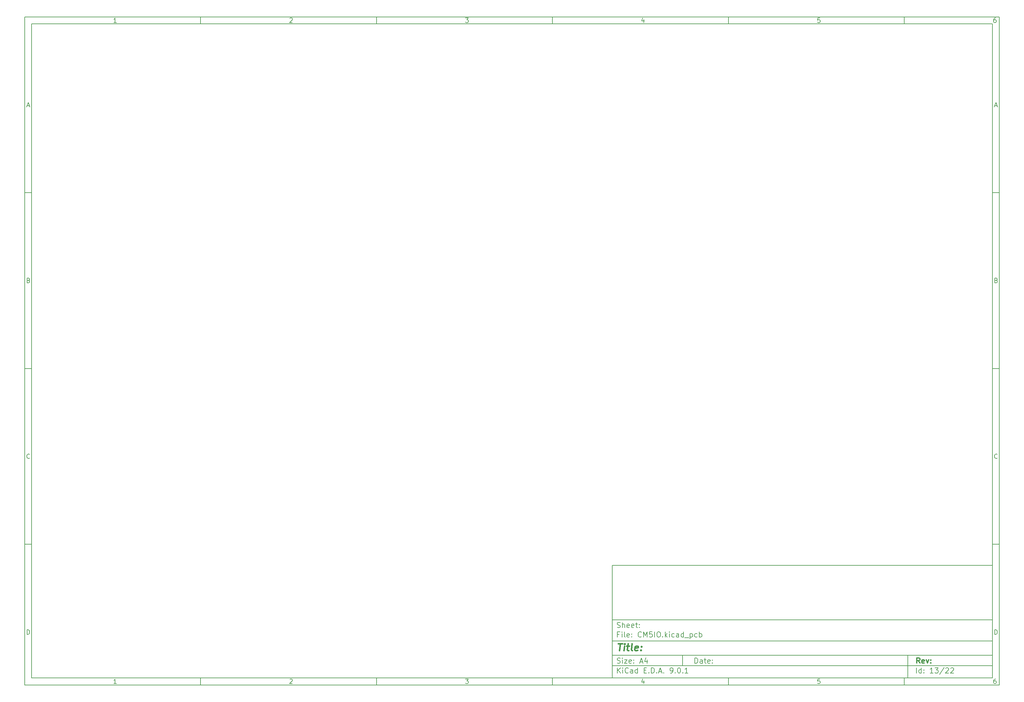
<source format=gbr>
G04 #@! TF.GenerationSoftware,KiCad,Pcbnew,9.0.1*
G04 #@! TF.CreationDate,2025-04-26T19:09:57-05:00*
G04 #@! TF.ProjectId,CM5IO,434d3549-4f2e-46b6-9963-61645f706362,rev?*
G04 #@! TF.SameCoordinates,Original*
G04 #@! TF.FileFunction,OtherDrawing,Comment*
%FSLAX46Y46*%
G04 Gerber Fmt 4.6, Leading zero omitted, Abs format (unit mm)*
G04 Created by KiCad (PCBNEW 9.0.1) date 2025-04-26 19:09:57*
%MOMM*%
%LPD*%
G01*
G04 APERTURE LIST*
%ADD10C,0.100000*%
%ADD11C,0.150000*%
%ADD12C,0.300000*%
%ADD13C,0.400000*%
G04 APERTURE END LIST*
D10*
D11*
X177002200Y-166007200D02*
X285002200Y-166007200D01*
X285002200Y-198007200D01*
X177002200Y-198007200D01*
X177002200Y-166007200D01*
D10*
D11*
X10000000Y-10000000D02*
X287002200Y-10000000D01*
X287002200Y-200007200D01*
X10000000Y-200007200D01*
X10000000Y-10000000D01*
D10*
D11*
X12000000Y-12000000D02*
X285002200Y-12000000D01*
X285002200Y-198007200D01*
X12000000Y-198007200D01*
X12000000Y-12000000D01*
D10*
D11*
X60000000Y-12000000D02*
X60000000Y-10000000D01*
D10*
D11*
X110000000Y-12000000D02*
X110000000Y-10000000D01*
D10*
D11*
X160000000Y-12000000D02*
X160000000Y-10000000D01*
D10*
D11*
X210000000Y-12000000D02*
X210000000Y-10000000D01*
D10*
D11*
X260000000Y-12000000D02*
X260000000Y-10000000D01*
D10*
D11*
X36089160Y-11593604D02*
X35346303Y-11593604D01*
X35717731Y-11593604D02*
X35717731Y-10293604D01*
X35717731Y-10293604D02*
X35593922Y-10479319D01*
X35593922Y-10479319D02*
X35470112Y-10603128D01*
X35470112Y-10603128D02*
X35346303Y-10665033D01*
D10*
D11*
X85346303Y-10417414D02*
X85408207Y-10355509D01*
X85408207Y-10355509D02*
X85532017Y-10293604D01*
X85532017Y-10293604D02*
X85841541Y-10293604D01*
X85841541Y-10293604D02*
X85965350Y-10355509D01*
X85965350Y-10355509D02*
X86027255Y-10417414D01*
X86027255Y-10417414D02*
X86089160Y-10541223D01*
X86089160Y-10541223D02*
X86089160Y-10665033D01*
X86089160Y-10665033D02*
X86027255Y-10850747D01*
X86027255Y-10850747D02*
X85284398Y-11593604D01*
X85284398Y-11593604D02*
X86089160Y-11593604D01*
D10*
D11*
X135284398Y-10293604D02*
X136089160Y-10293604D01*
X136089160Y-10293604D02*
X135655826Y-10788842D01*
X135655826Y-10788842D02*
X135841541Y-10788842D01*
X135841541Y-10788842D02*
X135965350Y-10850747D01*
X135965350Y-10850747D02*
X136027255Y-10912652D01*
X136027255Y-10912652D02*
X136089160Y-11036461D01*
X136089160Y-11036461D02*
X136089160Y-11345985D01*
X136089160Y-11345985D02*
X136027255Y-11469795D01*
X136027255Y-11469795D02*
X135965350Y-11531700D01*
X135965350Y-11531700D02*
X135841541Y-11593604D01*
X135841541Y-11593604D02*
X135470112Y-11593604D01*
X135470112Y-11593604D02*
X135346303Y-11531700D01*
X135346303Y-11531700D02*
X135284398Y-11469795D01*
D10*
D11*
X185965350Y-10726938D02*
X185965350Y-11593604D01*
X185655826Y-10231700D02*
X185346303Y-11160271D01*
X185346303Y-11160271D02*
X186151064Y-11160271D01*
D10*
D11*
X236027255Y-10293604D02*
X235408207Y-10293604D01*
X235408207Y-10293604D02*
X235346303Y-10912652D01*
X235346303Y-10912652D02*
X235408207Y-10850747D01*
X235408207Y-10850747D02*
X235532017Y-10788842D01*
X235532017Y-10788842D02*
X235841541Y-10788842D01*
X235841541Y-10788842D02*
X235965350Y-10850747D01*
X235965350Y-10850747D02*
X236027255Y-10912652D01*
X236027255Y-10912652D02*
X236089160Y-11036461D01*
X236089160Y-11036461D02*
X236089160Y-11345985D01*
X236089160Y-11345985D02*
X236027255Y-11469795D01*
X236027255Y-11469795D02*
X235965350Y-11531700D01*
X235965350Y-11531700D02*
X235841541Y-11593604D01*
X235841541Y-11593604D02*
X235532017Y-11593604D01*
X235532017Y-11593604D02*
X235408207Y-11531700D01*
X235408207Y-11531700D02*
X235346303Y-11469795D01*
D10*
D11*
X285965350Y-10293604D02*
X285717731Y-10293604D01*
X285717731Y-10293604D02*
X285593922Y-10355509D01*
X285593922Y-10355509D02*
X285532017Y-10417414D01*
X285532017Y-10417414D02*
X285408207Y-10603128D01*
X285408207Y-10603128D02*
X285346303Y-10850747D01*
X285346303Y-10850747D02*
X285346303Y-11345985D01*
X285346303Y-11345985D02*
X285408207Y-11469795D01*
X285408207Y-11469795D02*
X285470112Y-11531700D01*
X285470112Y-11531700D02*
X285593922Y-11593604D01*
X285593922Y-11593604D02*
X285841541Y-11593604D01*
X285841541Y-11593604D02*
X285965350Y-11531700D01*
X285965350Y-11531700D02*
X286027255Y-11469795D01*
X286027255Y-11469795D02*
X286089160Y-11345985D01*
X286089160Y-11345985D02*
X286089160Y-11036461D01*
X286089160Y-11036461D02*
X286027255Y-10912652D01*
X286027255Y-10912652D02*
X285965350Y-10850747D01*
X285965350Y-10850747D02*
X285841541Y-10788842D01*
X285841541Y-10788842D02*
X285593922Y-10788842D01*
X285593922Y-10788842D02*
X285470112Y-10850747D01*
X285470112Y-10850747D02*
X285408207Y-10912652D01*
X285408207Y-10912652D02*
X285346303Y-11036461D01*
D10*
D11*
X60000000Y-198007200D02*
X60000000Y-200007200D01*
D10*
D11*
X110000000Y-198007200D02*
X110000000Y-200007200D01*
D10*
D11*
X160000000Y-198007200D02*
X160000000Y-200007200D01*
D10*
D11*
X210000000Y-198007200D02*
X210000000Y-200007200D01*
D10*
D11*
X260000000Y-198007200D02*
X260000000Y-200007200D01*
D10*
D11*
X36089160Y-199600804D02*
X35346303Y-199600804D01*
X35717731Y-199600804D02*
X35717731Y-198300804D01*
X35717731Y-198300804D02*
X35593922Y-198486519D01*
X35593922Y-198486519D02*
X35470112Y-198610328D01*
X35470112Y-198610328D02*
X35346303Y-198672233D01*
D10*
D11*
X85346303Y-198424614D02*
X85408207Y-198362709D01*
X85408207Y-198362709D02*
X85532017Y-198300804D01*
X85532017Y-198300804D02*
X85841541Y-198300804D01*
X85841541Y-198300804D02*
X85965350Y-198362709D01*
X85965350Y-198362709D02*
X86027255Y-198424614D01*
X86027255Y-198424614D02*
X86089160Y-198548423D01*
X86089160Y-198548423D02*
X86089160Y-198672233D01*
X86089160Y-198672233D02*
X86027255Y-198857947D01*
X86027255Y-198857947D02*
X85284398Y-199600804D01*
X85284398Y-199600804D02*
X86089160Y-199600804D01*
D10*
D11*
X135284398Y-198300804D02*
X136089160Y-198300804D01*
X136089160Y-198300804D02*
X135655826Y-198796042D01*
X135655826Y-198796042D02*
X135841541Y-198796042D01*
X135841541Y-198796042D02*
X135965350Y-198857947D01*
X135965350Y-198857947D02*
X136027255Y-198919852D01*
X136027255Y-198919852D02*
X136089160Y-199043661D01*
X136089160Y-199043661D02*
X136089160Y-199353185D01*
X136089160Y-199353185D02*
X136027255Y-199476995D01*
X136027255Y-199476995D02*
X135965350Y-199538900D01*
X135965350Y-199538900D02*
X135841541Y-199600804D01*
X135841541Y-199600804D02*
X135470112Y-199600804D01*
X135470112Y-199600804D02*
X135346303Y-199538900D01*
X135346303Y-199538900D02*
X135284398Y-199476995D01*
D10*
D11*
X185965350Y-198734138D02*
X185965350Y-199600804D01*
X185655826Y-198238900D02*
X185346303Y-199167471D01*
X185346303Y-199167471D02*
X186151064Y-199167471D01*
D10*
D11*
X236027255Y-198300804D02*
X235408207Y-198300804D01*
X235408207Y-198300804D02*
X235346303Y-198919852D01*
X235346303Y-198919852D02*
X235408207Y-198857947D01*
X235408207Y-198857947D02*
X235532017Y-198796042D01*
X235532017Y-198796042D02*
X235841541Y-198796042D01*
X235841541Y-198796042D02*
X235965350Y-198857947D01*
X235965350Y-198857947D02*
X236027255Y-198919852D01*
X236027255Y-198919852D02*
X236089160Y-199043661D01*
X236089160Y-199043661D02*
X236089160Y-199353185D01*
X236089160Y-199353185D02*
X236027255Y-199476995D01*
X236027255Y-199476995D02*
X235965350Y-199538900D01*
X235965350Y-199538900D02*
X235841541Y-199600804D01*
X235841541Y-199600804D02*
X235532017Y-199600804D01*
X235532017Y-199600804D02*
X235408207Y-199538900D01*
X235408207Y-199538900D02*
X235346303Y-199476995D01*
D10*
D11*
X285965350Y-198300804D02*
X285717731Y-198300804D01*
X285717731Y-198300804D02*
X285593922Y-198362709D01*
X285593922Y-198362709D02*
X285532017Y-198424614D01*
X285532017Y-198424614D02*
X285408207Y-198610328D01*
X285408207Y-198610328D02*
X285346303Y-198857947D01*
X285346303Y-198857947D02*
X285346303Y-199353185D01*
X285346303Y-199353185D02*
X285408207Y-199476995D01*
X285408207Y-199476995D02*
X285470112Y-199538900D01*
X285470112Y-199538900D02*
X285593922Y-199600804D01*
X285593922Y-199600804D02*
X285841541Y-199600804D01*
X285841541Y-199600804D02*
X285965350Y-199538900D01*
X285965350Y-199538900D02*
X286027255Y-199476995D01*
X286027255Y-199476995D02*
X286089160Y-199353185D01*
X286089160Y-199353185D02*
X286089160Y-199043661D01*
X286089160Y-199043661D02*
X286027255Y-198919852D01*
X286027255Y-198919852D02*
X285965350Y-198857947D01*
X285965350Y-198857947D02*
X285841541Y-198796042D01*
X285841541Y-198796042D02*
X285593922Y-198796042D01*
X285593922Y-198796042D02*
X285470112Y-198857947D01*
X285470112Y-198857947D02*
X285408207Y-198919852D01*
X285408207Y-198919852D02*
X285346303Y-199043661D01*
D10*
D11*
X10000000Y-60000000D02*
X12000000Y-60000000D01*
D10*
D11*
X10000000Y-110000000D02*
X12000000Y-110000000D01*
D10*
D11*
X10000000Y-160000000D02*
X12000000Y-160000000D01*
D10*
D11*
X10690476Y-35222176D02*
X11309523Y-35222176D01*
X10566666Y-35593604D02*
X10999999Y-34293604D01*
X10999999Y-34293604D02*
X11433333Y-35593604D01*
D10*
D11*
X11092857Y-84912652D02*
X11278571Y-84974557D01*
X11278571Y-84974557D02*
X11340476Y-85036461D01*
X11340476Y-85036461D02*
X11402380Y-85160271D01*
X11402380Y-85160271D02*
X11402380Y-85345985D01*
X11402380Y-85345985D02*
X11340476Y-85469795D01*
X11340476Y-85469795D02*
X11278571Y-85531700D01*
X11278571Y-85531700D02*
X11154761Y-85593604D01*
X11154761Y-85593604D02*
X10659523Y-85593604D01*
X10659523Y-85593604D02*
X10659523Y-84293604D01*
X10659523Y-84293604D02*
X11092857Y-84293604D01*
X11092857Y-84293604D02*
X11216666Y-84355509D01*
X11216666Y-84355509D02*
X11278571Y-84417414D01*
X11278571Y-84417414D02*
X11340476Y-84541223D01*
X11340476Y-84541223D02*
X11340476Y-84665033D01*
X11340476Y-84665033D02*
X11278571Y-84788842D01*
X11278571Y-84788842D02*
X11216666Y-84850747D01*
X11216666Y-84850747D02*
X11092857Y-84912652D01*
X11092857Y-84912652D02*
X10659523Y-84912652D01*
D10*
D11*
X11402380Y-135469795D02*
X11340476Y-135531700D01*
X11340476Y-135531700D02*
X11154761Y-135593604D01*
X11154761Y-135593604D02*
X11030952Y-135593604D01*
X11030952Y-135593604D02*
X10845238Y-135531700D01*
X10845238Y-135531700D02*
X10721428Y-135407890D01*
X10721428Y-135407890D02*
X10659523Y-135284080D01*
X10659523Y-135284080D02*
X10597619Y-135036461D01*
X10597619Y-135036461D02*
X10597619Y-134850747D01*
X10597619Y-134850747D02*
X10659523Y-134603128D01*
X10659523Y-134603128D02*
X10721428Y-134479319D01*
X10721428Y-134479319D02*
X10845238Y-134355509D01*
X10845238Y-134355509D02*
X11030952Y-134293604D01*
X11030952Y-134293604D02*
X11154761Y-134293604D01*
X11154761Y-134293604D02*
X11340476Y-134355509D01*
X11340476Y-134355509D02*
X11402380Y-134417414D01*
D10*
D11*
X10659523Y-185593604D02*
X10659523Y-184293604D01*
X10659523Y-184293604D02*
X10969047Y-184293604D01*
X10969047Y-184293604D02*
X11154761Y-184355509D01*
X11154761Y-184355509D02*
X11278571Y-184479319D01*
X11278571Y-184479319D02*
X11340476Y-184603128D01*
X11340476Y-184603128D02*
X11402380Y-184850747D01*
X11402380Y-184850747D02*
X11402380Y-185036461D01*
X11402380Y-185036461D02*
X11340476Y-185284080D01*
X11340476Y-185284080D02*
X11278571Y-185407890D01*
X11278571Y-185407890D02*
X11154761Y-185531700D01*
X11154761Y-185531700D02*
X10969047Y-185593604D01*
X10969047Y-185593604D02*
X10659523Y-185593604D01*
D10*
D11*
X287002200Y-60000000D02*
X285002200Y-60000000D01*
D10*
D11*
X287002200Y-110000000D02*
X285002200Y-110000000D01*
D10*
D11*
X287002200Y-160000000D02*
X285002200Y-160000000D01*
D10*
D11*
X285692676Y-35222176D02*
X286311723Y-35222176D01*
X285568866Y-35593604D02*
X286002199Y-34293604D01*
X286002199Y-34293604D02*
X286435533Y-35593604D01*
D10*
D11*
X286095057Y-84912652D02*
X286280771Y-84974557D01*
X286280771Y-84974557D02*
X286342676Y-85036461D01*
X286342676Y-85036461D02*
X286404580Y-85160271D01*
X286404580Y-85160271D02*
X286404580Y-85345985D01*
X286404580Y-85345985D02*
X286342676Y-85469795D01*
X286342676Y-85469795D02*
X286280771Y-85531700D01*
X286280771Y-85531700D02*
X286156961Y-85593604D01*
X286156961Y-85593604D02*
X285661723Y-85593604D01*
X285661723Y-85593604D02*
X285661723Y-84293604D01*
X285661723Y-84293604D02*
X286095057Y-84293604D01*
X286095057Y-84293604D02*
X286218866Y-84355509D01*
X286218866Y-84355509D02*
X286280771Y-84417414D01*
X286280771Y-84417414D02*
X286342676Y-84541223D01*
X286342676Y-84541223D02*
X286342676Y-84665033D01*
X286342676Y-84665033D02*
X286280771Y-84788842D01*
X286280771Y-84788842D02*
X286218866Y-84850747D01*
X286218866Y-84850747D02*
X286095057Y-84912652D01*
X286095057Y-84912652D02*
X285661723Y-84912652D01*
D10*
D11*
X286404580Y-135469795D02*
X286342676Y-135531700D01*
X286342676Y-135531700D02*
X286156961Y-135593604D01*
X286156961Y-135593604D02*
X286033152Y-135593604D01*
X286033152Y-135593604D02*
X285847438Y-135531700D01*
X285847438Y-135531700D02*
X285723628Y-135407890D01*
X285723628Y-135407890D02*
X285661723Y-135284080D01*
X285661723Y-135284080D02*
X285599819Y-135036461D01*
X285599819Y-135036461D02*
X285599819Y-134850747D01*
X285599819Y-134850747D02*
X285661723Y-134603128D01*
X285661723Y-134603128D02*
X285723628Y-134479319D01*
X285723628Y-134479319D02*
X285847438Y-134355509D01*
X285847438Y-134355509D02*
X286033152Y-134293604D01*
X286033152Y-134293604D02*
X286156961Y-134293604D01*
X286156961Y-134293604D02*
X286342676Y-134355509D01*
X286342676Y-134355509D02*
X286404580Y-134417414D01*
D10*
D11*
X285661723Y-185593604D02*
X285661723Y-184293604D01*
X285661723Y-184293604D02*
X285971247Y-184293604D01*
X285971247Y-184293604D02*
X286156961Y-184355509D01*
X286156961Y-184355509D02*
X286280771Y-184479319D01*
X286280771Y-184479319D02*
X286342676Y-184603128D01*
X286342676Y-184603128D02*
X286404580Y-184850747D01*
X286404580Y-184850747D02*
X286404580Y-185036461D01*
X286404580Y-185036461D02*
X286342676Y-185284080D01*
X286342676Y-185284080D02*
X286280771Y-185407890D01*
X286280771Y-185407890D02*
X286156961Y-185531700D01*
X286156961Y-185531700D02*
X285971247Y-185593604D01*
X285971247Y-185593604D02*
X285661723Y-185593604D01*
D10*
D11*
X200458026Y-193793328D02*
X200458026Y-192293328D01*
X200458026Y-192293328D02*
X200815169Y-192293328D01*
X200815169Y-192293328D02*
X201029455Y-192364757D01*
X201029455Y-192364757D02*
X201172312Y-192507614D01*
X201172312Y-192507614D02*
X201243741Y-192650471D01*
X201243741Y-192650471D02*
X201315169Y-192936185D01*
X201315169Y-192936185D02*
X201315169Y-193150471D01*
X201315169Y-193150471D02*
X201243741Y-193436185D01*
X201243741Y-193436185D02*
X201172312Y-193579042D01*
X201172312Y-193579042D02*
X201029455Y-193721900D01*
X201029455Y-193721900D02*
X200815169Y-193793328D01*
X200815169Y-193793328D02*
X200458026Y-193793328D01*
X202600884Y-193793328D02*
X202600884Y-193007614D01*
X202600884Y-193007614D02*
X202529455Y-192864757D01*
X202529455Y-192864757D02*
X202386598Y-192793328D01*
X202386598Y-192793328D02*
X202100884Y-192793328D01*
X202100884Y-192793328D02*
X201958026Y-192864757D01*
X202600884Y-193721900D02*
X202458026Y-193793328D01*
X202458026Y-193793328D02*
X202100884Y-193793328D01*
X202100884Y-193793328D02*
X201958026Y-193721900D01*
X201958026Y-193721900D02*
X201886598Y-193579042D01*
X201886598Y-193579042D02*
X201886598Y-193436185D01*
X201886598Y-193436185D02*
X201958026Y-193293328D01*
X201958026Y-193293328D02*
X202100884Y-193221900D01*
X202100884Y-193221900D02*
X202458026Y-193221900D01*
X202458026Y-193221900D02*
X202600884Y-193150471D01*
X203100884Y-192793328D02*
X203672312Y-192793328D01*
X203315169Y-192293328D02*
X203315169Y-193579042D01*
X203315169Y-193579042D02*
X203386598Y-193721900D01*
X203386598Y-193721900D02*
X203529455Y-193793328D01*
X203529455Y-193793328D02*
X203672312Y-193793328D01*
X204743741Y-193721900D02*
X204600884Y-193793328D01*
X204600884Y-193793328D02*
X204315170Y-193793328D01*
X204315170Y-193793328D02*
X204172312Y-193721900D01*
X204172312Y-193721900D02*
X204100884Y-193579042D01*
X204100884Y-193579042D02*
X204100884Y-193007614D01*
X204100884Y-193007614D02*
X204172312Y-192864757D01*
X204172312Y-192864757D02*
X204315170Y-192793328D01*
X204315170Y-192793328D02*
X204600884Y-192793328D01*
X204600884Y-192793328D02*
X204743741Y-192864757D01*
X204743741Y-192864757D02*
X204815170Y-193007614D01*
X204815170Y-193007614D02*
X204815170Y-193150471D01*
X204815170Y-193150471D02*
X204100884Y-193293328D01*
X205458026Y-193650471D02*
X205529455Y-193721900D01*
X205529455Y-193721900D02*
X205458026Y-193793328D01*
X205458026Y-193793328D02*
X205386598Y-193721900D01*
X205386598Y-193721900D02*
X205458026Y-193650471D01*
X205458026Y-193650471D02*
X205458026Y-193793328D01*
X205458026Y-192864757D02*
X205529455Y-192936185D01*
X205529455Y-192936185D02*
X205458026Y-193007614D01*
X205458026Y-193007614D02*
X205386598Y-192936185D01*
X205386598Y-192936185D02*
X205458026Y-192864757D01*
X205458026Y-192864757D02*
X205458026Y-193007614D01*
D10*
D11*
X177002200Y-194507200D02*
X285002200Y-194507200D01*
D10*
D11*
X178458026Y-196593328D02*
X178458026Y-195093328D01*
X179315169Y-196593328D02*
X178672312Y-195736185D01*
X179315169Y-195093328D02*
X178458026Y-195950471D01*
X179958026Y-196593328D02*
X179958026Y-195593328D01*
X179958026Y-195093328D02*
X179886598Y-195164757D01*
X179886598Y-195164757D02*
X179958026Y-195236185D01*
X179958026Y-195236185D02*
X180029455Y-195164757D01*
X180029455Y-195164757D02*
X179958026Y-195093328D01*
X179958026Y-195093328D02*
X179958026Y-195236185D01*
X181529455Y-196450471D02*
X181458027Y-196521900D01*
X181458027Y-196521900D02*
X181243741Y-196593328D01*
X181243741Y-196593328D02*
X181100884Y-196593328D01*
X181100884Y-196593328D02*
X180886598Y-196521900D01*
X180886598Y-196521900D02*
X180743741Y-196379042D01*
X180743741Y-196379042D02*
X180672312Y-196236185D01*
X180672312Y-196236185D02*
X180600884Y-195950471D01*
X180600884Y-195950471D02*
X180600884Y-195736185D01*
X180600884Y-195736185D02*
X180672312Y-195450471D01*
X180672312Y-195450471D02*
X180743741Y-195307614D01*
X180743741Y-195307614D02*
X180886598Y-195164757D01*
X180886598Y-195164757D02*
X181100884Y-195093328D01*
X181100884Y-195093328D02*
X181243741Y-195093328D01*
X181243741Y-195093328D02*
X181458027Y-195164757D01*
X181458027Y-195164757D02*
X181529455Y-195236185D01*
X182815170Y-196593328D02*
X182815170Y-195807614D01*
X182815170Y-195807614D02*
X182743741Y-195664757D01*
X182743741Y-195664757D02*
X182600884Y-195593328D01*
X182600884Y-195593328D02*
X182315170Y-195593328D01*
X182315170Y-195593328D02*
X182172312Y-195664757D01*
X182815170Y-196521900D02*
X182672312Y-196593328D01*
X182672312Y-196593328D02*
X182315170Y-196593328D01*
X182315170Y-196593328D02*
X182172312Y-196521900D01*
X182172312Y-196521900D02*
X182100884Y-196379042D01*
X182100884Y-196379042D02*
X182100884Y-196236185D01*
X182100884Y-196236185D02*
X182172312Y-196093328D01*
X182172312Y-196093328D02*
X182315170Y-196021900D01*
X182315170Y-196021900D02*
X182672312Y-196021900D01*
X182672312Y-196021900D02*
X182815170Y-195950471D01*
X184172313Y-196593328D02*
X184172313Y-195093328D01*
X184172313Y-196521900D02*
X184029455Y-196593328D01*
X184029455Y-196593328D02*
X183743741Y-196593328D01*
X183743741Y-196593328D02*
X183600884Y-196521900D01*
X183600884Y-196521900D02*
X183529455Y-196450471D01*
X183529455Y-196450471D02*
X183458027Y-196307614D01*
X183458027Y-196307614D02*
X183458027Y-195879042D01*
X183458027Y-195879042D02*
X183529455Y-195736185D01*
X183529455Y-195736185D02*
X183600884Y-195664757D01*
X183600884Y-195664757D02*
X183743741Y-195593328D01*
X183743741Y-195593328D02*
X184029455Y-195593328D01*
X184029455Y-195593328D02*
X184172313Y-195664757D01*
X186029455Y-195807614D02*
X186529455Y-195807614D01*
X186743741Y-196593328D02*
X186029455Y-196593328D01*
X186029455Y-196593328D02*
X186029455Y-195093328D01*
X186029455Y-195093328D02*
X186743741Y-195093328D01*
X187386598Y-196450471D02*
X187458027Y-196521900D01*
X187458027Y-196521900D02*
X187386598Y-196593328D01*
X187386598Y-196593328D02*
X187315170Y-196521900D01*
X187315170Y-196521900D02*
X187386598Y-196450471D01*
X187386598Y-196450471D02*
X187386598Y-196593328D01*
X188100884Y-196593328D02*
X188100884Y-195093328D01*
X188100884Y-195093328D02*
X188458027Y-195093328D01*
X188458027Y-195093328D02*
X188672313Y-195164757D01*
X188672313Y-195164757D02*
X188815170Y-195307614D01*
X188815170Y-195307614D02*
X188886599Y-195450471D01*
X188886599Y-195450471D02*
X188958027Y-195736185D01*
X188958027Y-195736185D02*
X188958027Y-195950471D01*
X188958027Y-195950471D02*
X188886599Y-196236185D01*
X188886599Y-196236185D02*
X188815170Y-196379042D01*
X188815170Y-196379042D02*
X188672313Y-196521900D01*
X188672313Y-196521900D02*
X188458027Y-196593328D01*
X188458027Y-196593328D02*
X188100884Y-196593328D01*
X189600884Y-196450471D02*
X189672313Y-196521900D01*
X189672313Y-196521900D02*
X189600884Y-196593328D01*
X189600884Y-196593328D02*
X189529456Y-196521900D01*
X189529456Y-196521900D02*
X189600884Y-196450471D01*
X189600884Y-196450471D02*
X189600884Y-196593328D01*
X190243742Y-196164757D02*
X190958028Y-196164757D01*
X190100885Y-196593328D02*
X190600885Y-195093328D01*
X190600885Y-195093328D02*
X191100885Y-196593328D01*
X191600884Y-196450471D02*
X191672313Y-196521900D01*
X191672313Y-196521900D02*
X191600884Y-196593328D01*
X191600884Y-196593328D02*
X191529456Y-196521900D01*
X191529456Y-196521900D02*
X191600884Y-196450471D01*
X191600884Y-196450471D02*
X191600884Y-196593328D01*
X193529456Y-196593328D02*
X193815170Y-196593328D01*
X193815170Y-196593328D02*
X193958027Y-196521900D01*
X193958027Y-196521900D02*
X194029456Y-196450471D01*
X194029456Y-196450471D02*
X194172313Y-196236185D01*
X194172313Y-196236185D02*
X194243742Y-195950471D01*
X194243742Y-195950471D02*
X194243742Y-195379042D01*
X194243742Y-195379042D02*
X194172313Y-195236185D01*
X194172313Y-195236185D02*
X194100885Y-195164757D01*
X194100885Y-195164757D02*
X193958027Y-195093328D01*
X193958027Y-195093328D02*
X193672313Y-195093328D01*
X193672313Y-195093328D02*
X193529456Y-195164757D01*
X193529456Y-195164757D02*
X193458027Y-195236185D01*
X193458027Y-195236185D02*
X193386599Y-195379042D01*
X193386599Y-195379042D02*
X193386599Y-195736185D01*
X193386599Y-195736185D02*
X193458027Y-195879042D01*
X193458027Y-195879042D02*
X193529456Y-195950471D01*
X193529456Y-195950471D02*
X193672313Y-196021900D01*
X193672313Y-196021900D02*
X193958027Y-196021900D01*
X193958027Y-196021900D02*
X194100885Y-195950471D01*
X194100885Y-195950471D02*
X194172313Y-195879042D01*
X194172313Y-195879042D02*
X194243742Y-195736185D01*
X194886598Y-196450471D02*
X194958027Y-196521900D01*
X194958027Y-196521900D02*
X194886598Y-196593328D01*
X194886598Y-196593328D02*
X194815170Y-196521900D01*
X194815170Y-196521900D02*
X194886598Y-196450471D01*
X194886598Y-196450471D02*
X194886598Y-196593328D01*
X195886599Y-195093328D02*
X196029456Y-195093328D01*
X196029456Y-195093328D02*
X196172313Y-195164757D01*
X196172313Y-195164757D02*
X196243742Y-195236185D01*
X196243742Y-195236185D02*
X196315170Y-195379042D01*
X196315170Y-195379042D02*
X196386599Y-195664757D01*
X196386599Y-195664757D02*
X196386599Y-196021900D01*
X196386599Y-196021900D02*
X196315170Y-196307614D01*
X196315170Y-196307614D02*
X196243742Y-196450471D01*
X196243742Y-196450471D02*
X196172313Y-196521900D01*
X196172313Y-196521900D02*
X196029456Y-196593328D01*
X196029456Y-196593328D02*
X195886599Y-196593328D01*
X195886599Y-196593328D02*
X195743742Y-196521900D01*
X195743742Y-196521900D02*
X195672313Y-196450471D01*
X195672313Y-196450471D02*
X195600884Y-196307614D01*
X195600884Y-196307614D02*
X195529456Y-196021900D01*
X195529456Y-196021900D02*
X195529456Y-195664757D01*
X195529456Y-195664757D02*
X195600884Y-195379042D01*
X195600884Y-195379042D02*
X195672313Y-195236185D01*
X195672313Y-195236185D02*
X195743742Y-195164757D01*
X195743742Y-195164757D02*
X195886599Y-195093328D01*
X197029455Y-196450471D02*
X197100884Y-196521900D01*
X197100884Y-196521900D02*
X197029455Y-196593328D01*
X197029455Y-196593328D02*
X196958027Y-196521900D01*
X196958027Y-196521900D02*
X197029455Y-196450471D01*
X197029455Y-196450471D02*
X197029455Y-196593328D01*
X198529456Y-196593328D02*
X197672313Y-196593328D01*
X198100884Y-196593328D02*
X198100884Y-195093328D01*
X198100884Y-195093328D02*
X197958027Y-195307614D01*
X197958027Y-195307614D02*
X197815170Y-195450471D01*
X197815170Y-195450471D02*
X197672313Y-195521900D01*
D10*
D11*
X177002200Y-191507200D02*
X285002200Y-191507200D01*
D10*
D12*
X264413853Y-193785528D02*
X263913853Y-193071242D01*
X263556710Y-193785528D02*
X263556710Y-192285528D01*
X263556710Y-192285528D02*
X264128139Y-192285528D01*
X264128139Y-192285528D02*
X264270996Y-192356957D01*
X264270996Y-192356957D02*
X264342425Y-192428385D01*
X264342425Y-192428385D02*
X264413853Y-192571242D01*
X264413853Y-192571242D02*
X264413853Y-192785528D01*
X264413853Y-192785528D02*
X264342425Y-192928385D01*
X264342425Y-192928385D02*
X264270996Y-192999814D01*
X264270996Y-192999814D02*
X264128139Y-193071242D01*
X264128139Y-193071242D02*
X263556710Y-193071242D01*
X265628139Y-193714100D02*
X265485282Y-193785528D01*
X265485282Y-193785528D02*
X265199568Y-193785528D01*
X265199568Y-193785528D02*
X265056710Y-193714100D01*
X265056710Y-193714100D02*
X264985282Y-193571242D01*
X264985282Y-193571242D02*
X264985282Y-192999814D01*
X264985282Y-192999814D02*
X265056710Y-192856957D01*
X265056710Y-192856957D02*
X265199568Y-192785528D01*
X265199568Y-192785528D02*
X265485282Y-192785528D01*
X265485282Y-192785528D02*
X265628139Y-192856957D01*
X265628139Y-192856957D02*
X265699568Y-192999814D01*
X265699568Y-192999814D02*
X265699568Y-193142671D01*
X265699568Y-193142671D02*
X264985282Y-193285528D01*
X266199567Y-192785528D02*
X266556710Y-193785528D01*
X266556710Y-193785528D02*
X266913853Y-192785528D01*
X267485281Y-193642671D02*
X267556710Y-193714100D01*
X267556710Y-193714100D02*
X267485281Y-193785528D01*
X267485281Y-193785528D02*
X267413853Y-193714100D01*
X267413853Y-193714100D02*
X267485281Y-193642671D01*
X267485281Y-193642671D02*
X267485281Y-193785528D01*
X267485281Y-192856957D02*
X267556710Y-192928385D01*
X267556710Y-192928385D02*
X267485281Y-192999814D01*
X267485281Y-192999814D02*
X267413853Y-192928385D01*
X267413853Y-192928385D02*
X267485281Y-192856957D01*
X267485281Y-192856957D02*
X267485281Y-192999814D01*
D10*
D11*
X178386598Y-193721900D02*
X178600884Y-193793328D01*
X178600884Y-193793328D02*
X178958026Y-193793328D01*
X178958026Y-193793328D02*
X179100884Y-193721900D01*
X179100884Y-193721900D02*
X179172312Y-193650471D01*
X179172312Y-193650471D02*
X179243741Y-193507614D01*
X179243741Y-193507614D02*
X179243741Y-193364757D01*
X179243741Y-193364757D02*
X179172312Y-193221900D01*
X179172312Y-193221900D02*
X179100884Y-193150471D01*
X179100884Y-193150471D02*
X178958026Y-193079042D01*
X178958026Y-193079042D02*
X178672312Y-193007614D01*
X178672312Y-193007614D02*
X178529455Y-192936185D01*
X178529455Y-192936185D02*
X178458026Y-192864757D01*
X178458026Y-192864757D02*
X178386598Y-192721900D01*
X178386598Y-192721900D02*
X178386598Y-192579042D01*
X178386598Y-192579042D02*
X178458026Y-192436185D01*
X178458026Y-192436185D02*
X178529455Y-192364757D01*
X178529455Y-192364757D02*
X178672312Y-192293328D01*
X178672312Y-192293328D02*
X179029455Y-192293328D01*
X179029455Y-192293328D02*
X179243741Y-192364757D01*
X179886597Y-193793328D02*
X179886597Y-192793328D01*
X179886597Y-192293328D02*
X179815169Y-192364757D01*
X179815169Y-192364757D02*
X179886597Y-192436185D01*
X179886597Y-192436185D02*
X179958026Y-192364757D01*
X179958026Y-192364757D02*
X179886597Y-192293328D01*
X179886597Y-192293328D02*
X179886597Y-192436185D01*
X180458026Y-192793328D02*
X181243741Y-192793328D01*
X181243741Y-192793328D02*
X180458026Y-193793328D01*
X180458026Y-193793328D02*
X181243741Y-193793328D01*
X182386598Y-193721900D02*
X182243741Y-193793328D01*
X182243741Y-193793328D02*
X181958027Y-193793328D01*
X181958027Y-193793328D02*
X181815169Y-193721900D01*
X181815169Y-193721900D02*
X181743741Y-193579042D01*
X181743741Y-193579042D02*
X181743741Y-193007614D01*
X181743741Y-193007614D02*
X181815169Y-192864757D01*
X181815169Y-192864757D02*
X181958027Y-192793328D01*
X181958027Y-192793328D02*
X182243741Y-192793328D01*
X182243741Y-192793328D02*
X182386598Y-192864757D01*
X182386598Y-192864757D02*
X182458027Y-193007614D01*
X182458027Y-193007614D02*
X182458027Y-193150471D01*
X182458027Y-193150471D02*
X181743741Y-193293328D01*
X183100883Y-193650471D02*
X183172312Y-193721900D01*
X183172312Y-193721900D02*
X183100883Y-193793328D01*
X183100883Y-193793328D02*
X183029455Y-193721900D01*
X183029455Y-193721900D02*
X183100883Y-193650471D01*
X183100883Y-193650471D02*
X183100883Y-193793328D01*
X183100883Y-192864757D02*
X183172312Y-192936185D01*
X183172312Y-192936185D02*
X183100883Y-193007614D01*
X183100883Y-193007614D02*
X183029455Y-192936185D01*
X183029455Y-192936185D02*
X183100883Y-192864757D01*
X183100883Y-192864757D02*
X183100883Y-193007614D01*
X184886598Y-193364757D02*
X185600884Y-193364757D01*
X184743741Y-193793328D02*
X185243741Y-192293328D01*
X185243741Y-192293328D02*
X185743741Y-193793328D01*
X186886598Y-192793328D02*
X186886598Y-193793328D01*
X186529455Y-192221900D02*
X186172312Y-193293328D01*
X186172312Y-193293328D02*
X187100883Y-193293328D01*
D10*
D11*
X263458026Y-196593328D02*
X263458026Y-195093328D01*
X264815170Y-196593328D02*
X264815170Y-195093328D01*
X264815170Y-196521900D02*
X264672312Y-196593328D01*
X264672312Y-196593328D02*
X264386598Y-196593328D01*
X264386598Y-196593328D02*
X264243741Y-196521900D01*
X264243741Y-196521900D02*
X264172312Y-196450471D01*
X264172312Y-196450471D02*
X264100884Y-196307614D01*
X264100884Y-196307614D02*
X264100884Y-195879042D01*
X264100884Y-195879042D02*
X264172312Y-195736185D01*
X264172312Y-195736185D02*
X264243741Y-195664757D01*
X264243741Y-195664757D02*
X264386598Y-195593328D01*
X264386598Y-195593328D02*
X264672312Y-195593328D01*
X264672312Y-195593328D02*
X264815170Y-195664757D01*
X265529455Y-196450471D02*
X265600884Y-196521900D01*
X265600884Y-196521900D02*
X265529455Y-196593328D01*
X265529455Y-196593328D02*
X265458027Y-196521900D01*
X265458027Y-196521900D02*
X265529455Y-196450471D01*
X265529455Y-196450471D02*
X265529455Y-196593328D01*
X265529455Y-195664757D02*
X265600884Y-195736185D01*
X265600884Y-195736185D02*
X265529455Y-195807614D01*
X265529455Y-195807614D02*
X265458027Y-195736185D01*
X265458027Y-195736185D02*
X265529455Y-195664757D01*
X265529455Y-195664757D02*
X265529455Y-195807614D01*
X268172313Y-196593328D02*
X267315170Y-196593328D01*
X267743741Y-196593328D02*
X267743741Y-195093328D01*
X267743741Y-195093328D02*
X267600884Y-195307614D01*
X267600884Y-195307614D02*
X267458027Y-195450471D01*
X267458027Y-195450471D02*
X267315170Y-195521900D01*
X268672312Y-195093328D02*
X269600884Y-195093328D01*
X269600884Y-195093328D02*
X269100884Y-195664757D01*
X269100884Y-195664757D02*
X269315169Y-195664757D01*
X269315169Y-195664757D02*
X269458027Y-195736185D01*
X269458027Y-195736185D02*
X269529455Y-195807614D01*
X269529455Y-195807614D02*
X269600884Y-195950471D01*
X269600884Y-195950471D02*
X269600884Y-196307614D01*
X269600884Y-196307614D02*
X269529455Y-196450471D01*
X269529455Y-196450471D02*
X269458027Y-196521900D01*
X269458027Y-196521900D02*
X269315169Y-196593328D01*
X269315169Y-196593328D02*
X268886598Y-196593328D01*
X268886598Y-196593328D02*
X268743741Y-196521900D01*
X268743741Y-196521900D02*
X268672312Y-196450471D01*
X271315169Y-195021900D02*
X270029455Y-196950471D01*
X271743741Y-195236185D02*
X271815169Y-195164757D01*
X271815169Y-195164757D02*
X271958027Y-195093328D01*
X271958027Y-195093328D02*
X272315169Y-195093328D01*
X272315169Y-195093328D02*
X272458027Y-195164757D01*
X272458027Y-195164757D02*
X272529455Y-195236185D01*
X272529455Y-195236185D02*
X272600884Y-195379042D01*
X272600884Y-195379042D02*
X272600884Y-195521900D01*
X272600884Y-195521900D02*
X272529455Y-195736185D01*
X272529455Y-195736185D02*
X271672312Y-196593328D01*
X271672312Y-196593328D02*
X272600884Y-196593328D01*
X273172312Y-195236185D02*
X273243740Y-195164757D01*
X273243740Y-195164757D02*
X273386598Y-195093328D01*
X273386598Y-195093328D02*
X273743740Y-195093328D01*
X273743740Y-195093328D02*
X273886598Y-195164757D01*
X273886598Y-195164757D02*
X273958026Y-195236185D01*
X273958026Y-195236185D02*
X274029455Y-195379042D01*
X274029455Y-195379042D02*
X274029455Y-195521900D01*
X274029455Y-195521900D02*
X273958026Y-195736185D01*
X273958026Y-195736185D02*
X273100883Y-196593328D01*
X273100883Y-196593328D02*
X274029455Y-196593328D01*
D10*
D11*
X177002200Y-187507200D02*
X285002200Y-187507200D01*
D10*
D13*
X178693928Y-188211638D02*
X179836785Y-188211638D01*
X179015357Y-190211638D02*
X179265357Y-188211638D01*
X180253452Y-190211638D02*
X180420119Y-188878304D01*
X180503452Y-188211638D02*
X180396309Y-188306876D01*
X180396309Y-188306876D02*
X180479643Y-188402114D01*
X180479643Y-188402114D02*
X180586786Y-188306876D01*
X180586786Y-188306876D02*
X180503452Y-188211638D01*
X180503452Y-188211638D02*
X180479643Y-188402114D01*
X181086786Y-188878304D02*
X181848690Y-188878304D01*
X181455833Y-188211638D02*
X181241548Y-189925923D01*
X181241548Y-189925923D02*
X181312976Y-190116400D01*
X181312976Y-190116400D02*
X181491548Y-190211638D01*
X181491548Y-190211638D02*
X181682024Y-190211638D01*
X182634405Y-190211638D02*
X182455833Y-190116400D01*
X182455833Y-190116400D02*
X182384405Y-189925923D01*
X182384405Y-189925923D02*
X182598690Y-188211638D01*
X184170119Y-190116400D02*
X183967738Y-190211638D01*
X183967738Y-190211638D02*
X183586785Y-190211638D01*
X183586785Y-190211638D02*
X183408214Y-190116400D01*
X183408214Y-190116400D02*
X183336785Y-189925923D01*
X183336785Y-189925923D02*
X183432024Y-189164019D01*
X183432024Y-189164019D02*
X183551071Y-188973542D01*
X183551071Y-188973542D02*
X183753452Y-188878304D01*
X183753452Y-188878304D02*
X184134404Y-188878304D01*
X184134404Y-188878304D02*
X184312976Y-188973542D01*
X184312976Y-188973542D02*
X184384404Y-189164019D01*
X184384404Y-189164019D02*
X184360595Y-189354495D01*
X184360595Y-189354495D02*
X183384404Y-189544971D01*
X185134405Y-190021161D02*
X185217738Y-190116400D01*
X185217738Y-190116400D02*
X185110595Y-190211638D01*
X185110595Y-190211638D02*
X185027262Y-190116400D01*
X185027262Y-190116400D02*
X185134405Y-190021161D01*
X185134405Y-190021161D02*
X185110595Y-190211638D01*
X185265357Y-188973542D02*
X185348690Y-189068780D01*
X185348690Y-189068780D02*
X185241548Y-189164019D01*
X185241548Y-189164019D02*
X185158214Y-189068780D01*
X185158214Y-189068780D02*
X185265357Y-188973542D01*
X185265357Y-188973542D02*
X185241548Y-189164019D01*
D10*
D11*
X178958026Y-185607614D02*
X178458026Y-185607614D01*
X178458026Y-186393328D02*
X178458026Y-184893328D01*
X178458026Y-184893328D02*
X179172312Y-184893328D01*
X179743740Y-186393328D02*
X179743740Y-185393328D01*
X179743740Y-184893328D02*
X179672312Y-184964757D01*
X179672312Y-184964757D02*
X179743740Y-185036185D01*
X179743740Y-185036185D02*
X179815169Y-184964757D01*
X179815169Y-184964757D02*
X179743740Y-184893328D01*
X179743740Y-184893328D02*
X179743740Y-185036185D01*
X180672312Y-186393328D02*
X180529455Y-186321900D01*
X180529455Y-186321900D02*
X180458026Y-186179042D01*
X180458026Y-186179042D02*
X180458026Y-184893328D01*
X181815169Y-186321900D02*
X181672312Y-186393328D01*
X181672312Y-186393328D02*
X181386598Y-186393328D01*
X181386598Y-186393328D02*
X181243740Y-186321900D01*
X181243740Y-186321900D02*
X181172312Y-186179042D01*
X181172312Y-186179042D02*
X181172312Y-185607614D01*
X181172312Y-185607614D02*
X181243740Y-185464757D01*
X181243740Y-185464757D02*
X181386598Y-185393328D01*
X181386598Y-185393328D02*
X181672312Y-185393328D01*
X181672312Y-185393328D02*
X181815169Y-185464757D01*
X181815169Y-185464757D02*
X181886598Y-185607614D01*
X181886598Y-185607614D02*
X181886598Y-185750471D01*
X181886598Y-185750471D02*
X181172312Y-185893328D01*
X182529454Y-186250471D02*
X182600883Y-186321900D01*
X182600883Y-186321900D02*
X182529454Y-186393328D01*
X182529454Y-186393328D02*
X182458026Y-186321900D01*
X182458026Y-186321900D02*
X182529454Y-186250471D01*
X182529454Y-186250471D02*
X182529454Y-186393328D01*
X182529454Y-185464757D02*
X182600883Y-185536185D01*
X182600883Y-185536185D02*
X182529454Y-185607614D01*
X182529454Y-185607614D02*
X182458026Y-185536185D01*
X182458026Y-185536185D02*
X182529454Y-185464757D01*
X182529454Y-185464757D02*
X182529454Y-185607614D01*
X185243740Y-186250471D02*
X185172312Y-186321900D01*
X185172312Y-186321900D02*
X184958026Y-186393328D01*
X184958026Y-186393328D02*
X184815169Y-186393328D01*
X184815169Y-186393328D02*
X184600883Y-186321900D01*
X184600883Y-186321900D02*
X184458026Y-186179042D01*
X184458026Y-186179042D02*
X184386597Y-186036185D01*
X184386597Y-186036185D02*
X184315169Y-185750471D01*
X184315169Y-185750471D02*
X184315169Y-185536185D01*
X184315169Y-185536185D02*
X184386597Y-185250471D01*
X184386597Y-185250471D02*
X184458026Y-185107614D01*
X184458026Y-185107614D02*
X184600883Y-184964757D01*
X184600883Y-184964757D02*
X184815169Y-184893328D01*
X184815169Y-184893328D02*
X184958026Y-184893328D01*
X184958026Y-184893328D02*
X185172312Y-184964757D01*
X185172312Y-184964757D02*
X185243740Y-185036185D01*
X185886597Y-186393328D02*
X185886597Y-184893328D01*
X185886597Y-184893328D02*
X186386597Y-185964757D01*
X186386597Y-185964757D02*
X186886597Y-184893328D01*
X186886597Y-184893328D02*
X186886597Y-186393328D01*
X188315169Y-184893328D02*
X187600883Y-184893328D01*
X187600883Y-184893328D02*
X187529455Y-185607614D01*
X187529455Y-185607614D02*
X187600883Y-185536185D01*
X187600883Y-185536185D02*
X187743741Y-185464757D01*
X187743741Y-185464757D02*
X188100883Y-185464757D01*
X188100883Y-185464757D02*
X188243741Y-185536185D01*
X188243741Y-185536185D02*
X188315169Y-185607614D01*
X188315169Y-185607614D02*
X188386598Y-185750471D01*
X188386598Y-185750471D02*
X188386598Y-186107614D01*
X188386598Y-186107614D02*
X188315169Y-186250471D01*
X188315169Y-186250471D02*
X188243741Y-186321900D01*
X188243741Y-186321900D02*
X188100883Y-186393328D01*
X188100883Y-186393328D02*
X187743741Y-186393328D01*
X187743741Y-186393328D02*
X187600883Y-186321900D01*
X187600883Y-186321900D02*
X187529455Y-186250471D01*
X189029454Y-186393328D02*
X189029454Y-184893328D01*
X190029455Y-184893328D02*
X190315169Y-184893328D01*
X190315169Y-184893328D02*
X190458026Y-184964757D01*
X190458026Y-184964757D02*
X190600883Y-185107614D01*
X190600883Y-185107614D02*
X190672312Y-185393328D01*
X190672312Y-185393328D02*
X190672312Y-185893328D01*
X190672312Y-185893328D02*
X190600883Y-186179042D01*
X190600883Y-186179042D02*
X190458026Y-186321900D01*
X190458026Y-186321900D02*
X190315169Y-186393328D01*
X190315169Y-186393328D02*
X190029455Y-186393328D01*
X190029455Y-186393328D02*
X189886598Y-186321900D01*
X189886598Y-186321900D02*
X189743740Y-186179042D01*
X189743740Y-186179042D02*
X189672312Y-185893328D01*
X189672312Y-185893328D02*
X189672312Y-185393328D01*
X189672312Y-185393328D02*
X189743740Y-185107614D01*
X189743740Y-185107614D02*
X189886598Y-184964757D01*
X189886598Y-184964757D02*
X190029455Y-184893328D01*
X191315169Y-186250471D02*
X191386598Y-186321900D01*
X191386598Y-186321900D02*
X191315169Y-186393328D01*
X191315169Y-186393328D02*
X191243741Y-186321900D01*
X191243741Y-186321900D02*
X191315169Y-186250471D01*
X191315169Y-186250471D02*
X191315169Y-186393328D01*
X192029455Y-186393328D02*
X192029455Y-184893328D01*
X192172313Y-185821900D02*
X192600884Y-186393328D01*
X192600884Y-185393328D02*
X192029455Y-185964757D01*
X193243741Y-186393328D02*
X193243741Y-185393328D01*
X193243741Y-184893328D02*
X193172313Y-184964757D01*
X193172313Y-184964757D02*
X193243741Y-185036185D01*
X193243741Y-185036185D02*
X193315170Y-184964757D01*
X193315170Y-184964757D02*
X193243741Y-184893328D01*
X193243741Y-184893328D02*
X193243741Y-185036185D01*
X194600885Y-186321900D02*
X194458027Y-186393328D01*
X194458027Y-186393328D02*
X194172313Y-186393328D01*
X194172313Y-186393328D02*
X194029456Y-186321900D01*
X194029456Y-186321900D02*
X193958027Y-186250471D01*
X193958027Y-186250471D02*
X193886599Y-186107614D01*
X193886599Y-186107614D02*
X193886599Y-185679042D01*
X193886599Y-185679042D02*
X193958027Y-185536185D01*
X193958027Y-185536185D02*
X194029456Y-185464757D01*
X194029456Y-185464757D02*
X194172313Y-185393328D01*
X194172313Y-185393328D02*
X194458027Y-185393328D01*
X194458027Y-185393328D02*
X194600885Y-185464757D01*
X195886599Y-186393328D02*
X195886599Y-185607614D01*
X195886599Y-185607614D02*
X195815170Y-185464757D01*
X195815170Y-185464757D02*
X195672313Y-185393328D01*
X195672313Y-185393328D02*
X195386599Y-185393328D01*
X195386599Y-185393328D02*
X195243741Y-185464757D01*
X195886599Y-186321900D02*
X195743741Y-186393328D01*
X195743741Y-186393328D02*
X195386599Y-186393328D01*
X195386599Y-186393328D02*
X195243741Y-186321900D01*
X195243741Y-186321900D02*
X195172313Y-186179042D01*
X195172313Y-186179042D02*
X195172313Y-186036185D01*
X195172313Y-186036185D02*
X195243741Y-185893328D01*
X195243741Y-185893328D02*
X195386599Y-185821900D01*
X195386599Y-185821900D02*
X195743741Y-185821900D01*
X195743741Y-185821900D02*
X195886599Y-185750471D01*
X197243742Y-186393328D02*
X197243742Y-184893328D01*
X197243742Y-186321900D02*
X197100884Y-186393328D01*
X197100884Y-186393328D02*
X196815170Y-186393328D01*
X196815170Y-186393328D02*
X196672313Y-186321900D01*
X196672313Y-186321900D02*
X196600884Y-186250471D01*
X196600884Y-186250471D02*
X196529456Y-186107614D01*
X196529456Y-186107614D02*
X196529456Y-185679042D01*
X196529456Y-185679042D02*
X196600884Y-185536185D01*
X196600884Y-185536185D02*
X196672313Y-185464757D01*
X196672313Y-185464757D02*
X196815170Y-185393328D01*
X196815170Y-185393328D02*
X197100884Y-185393328D01*
X197100884Y-185393328D02*
X197243742Y-185464757D01*
X197600885Y-186536185D02*
X198743742Y-186536185D01*
X199100884Y-185393328D02*
X199100884Y-186893328D01*
X199100884Y-185464757D02*
X199243742Y-185393328D01*
X199243742Y-185393328D02*
X199529456Y-185393328D01*
X199529456Y-185393328D02*
X199672313Y-185464757D01*
X199672313Y-185464757D02*
X199743742Y-185536185D01*
X199743742Y-185536185D02*
X199815170Y-185679042D01*
X199815170Y-185679042D02*
X199815170Y-186107614D01*
X199815170Y-186107614D02*
X199743742Y-186250471D01*
X199743742Y-186250471D02*
X199672313Y-186321900D01*
X199672313Y-186321900D02*
X199529456Y-186393328D01*
X199529456Y-186393328D02*
X199243742Y-186393328D01*
X199243742Y-186393328D02*
X199100884Y-186321900D01*
X201100885Y-186321900D02*
X200958027Y-186393328D01*
X200958027Y-186393328D02*
X200672313Y-186393328D01*
X200672313Y-186393328D02*
X200529456Y-186321900D01*
X200529456Y-186321900D02*
X200458027Y-186250471D01*
X200458027Y-186250471D02*
X200386599Y-186107614D01*
X200386599Y-186107614D02*
X200386599Y-185679042D01*
X200386599Y-185679042D02*
X200458027Y-185536185D01*
X200458027Y-185536185D02*
X200529456Y-185464757D01*
X200529456Y-185464757D02*
X200672313Y-185393328D01*
X200672313Y-185393328D02*
X200958027Y-185393328D01*
X200958027Y-185393328D02*
X201100885Y-185464757D01*
X201743741Y-186393328D02*
X201743741Y-184893328D01*
X201743741Y-185464757D02*
X201886599Y-185393328D01*
X201886599Y-185393328D02*
X202172313Y-185393328D01*
X202172313Y-185393328D02*
X202315170Y-185464757D01*
X202315170Y-185464757D02*
X202386599Y-185536185D01*
X202386599Y-185536185D02*
X202458027Y-185679042D01*
X202458027Y-185679042D02*
X202458027Y-186107614D01*
X202458027Y-186107614D02*
X202386599Y-186250471D01*
X202386599Y-186250471D02*
X202315170Y-186321900D01*
X202315170Y-186321900D02*
X202172313Y-186393328D01*
X202172313Y-186393328D02*
X201886599Y-186393328D01*
X201886599Y-186393328D02*
X201743741Y-186321900D01*
D10*
D11*
X177002200Y-181507200D02*
X285002200Y-181507200D01*
D10*
D11*
X178386598Y-183621900D02*
X178600884Y-183693328D01*
X178600884Y-183693328D02*
X178958026Y-183693328D01*
X178958026Y-183693328D02*
X179100884Y-183621900D01*
X179100884Y-183621900D02*
X179172312Y-183550471D01*
X179172312Y-183550471D02*
X179243741Y-183407614D01*
X179243741Y-183407614D02*
X179243741Y-183264757D01*
X179243741Y-183264757D02*
X179172312Y-183121900D01*
X179172312Y-183121900D02*
X179100884Y-183050471D01*
X179100884Y-183050471D02*
X178958026Y-182979042D01*
X178958026Y-182979042D02*
X178672312Y-182907614D01*
X178672312Y-182907614D02*
X178529455Y-182836185D01*
X178529455Y-182836185D02*
X178458026Y-182764757D01*
X178458026Y-182764757D02*
X178386598Y-182621900D01*
X178386598Y-182621900D02*
X178386598Y-182479042D01*
X178386598Y-182479042D02*
X178458026Y-182336185D01*
X178458026Y-182336185D02*
X178529455Y-182264757D01*
X178529455Y-182264757D02*
X178672312Y-182193328D01*
X178672312Y-182193328D02*
X179029455Y-182193328D01*
X179029455Y-182193328D02*
X179243741Y-182264757D01*
X179886597Y-183693328D02*
X179886597Y-182193328D01*
X180529455Y-183693328D02*
X180529455Y-182907614D01*
X180529455Y-182907614D02*
X180458026Y-182764757D01*
X180458026Y-182764757D02*
X180315169Y-182693328D01*
X180315169Y-182693328D02*
X180100883Y-182693328D01*
X180100883Y-182693328D02*
X179958026Y-182764757D01*
X179958026Y-182764757D02*
X179886597Y-182836185D01*
X181815169Y-183621900D02*
X181672312Y-183693328D01*
X181672312Y-183693328D02*
X181386598Y-183693328D01*
X181386598Y-183693328D02*
X181243740Y-183621900D01*
X181243740Y-183621900D02*
X181172312Y-183479042D01*
X181172312Y-183479042D02*
X181172312Y-182907614D01*
X181172312Y-182907614D02*
X181243740Y-182764757D01*
X181243740Y-182764757D02*
X181386598Y-182693328D01*
X181386598Y-182693328D02*
X181672312Y-182693328D01*
X181672312Y-182693328D02*
X181815169Y-182764757D01*
X181815169Y-182764757D02*
X181886598Y-182907614D01*
X181886598Y-182907614D02*
X181886598Y-183050471D01*
X181886598Y-183050471D02*
X181172312Y-183193328D01*
X183100883Y-183621900D02*
X182958026Y-183693328D01*
X182958026Y-183693328D02*
X182672312Y-183693328D01*
X182672312Y-183693328D02*
X182529454Y-183621900D01*
X182529454Y-183621900D02*
X182458026Y-183479042D01*
X182458026Y-183479042D02*
X182458026Y-182907614D01*
X182458026Y-182907614D02*
X182529454Y-182764757D01*
X182529454Y-182764757D02*
X182672312Y-182693328D01*
X182672312Y-182693328D02*
X182958026Y-182693328D01*
X182958026Y-182693328D02*
X183100883Y-182764757D01*
X183100883Y-182764757D02*
X183172312Y-182907614D01*
X183172312Y-182907614D02*
X183172312Y-183050471D01*
X183172312Y-183050471D02*
X182458026Y-183193328D01*
X183600883Y-182693328D02*
X184172311Y-182693328D01*
X183815168Y-182193328D02*
X183815168Y-183479042D01*
X183815168Y-183479042D02*
X183886597Y-183621900D01*
X183886597Y-183621900D02*
X184029454Y-183693328D01*
X184029454Y-183693328D02*
X184172311Y-183693328D01*
X184672311Y-183550471D02*
X184743740Y-183621900D01*
X184743740Y-183621900D02*
X184672311Y-183693328D01*
X184672311Y-183693328D02*
X184600883Y-183621900D01*
X184600883Y-183621900D02*
X184672311Y-183550471D01*
X184672311Y-183550471D02*
X184672311Y-183693328D01*
X184672311Y-182764757D02*
X184743740Y-182836185D01*
X184743740Y-182836185D02*
X184672311Y-182907614D01*
X184672311Y-182907614D02*
X184600883Y-182836185D01*
X184600883Y-182836185D02*
X184672311Y-182764757D01*
X184672311Y-182764757D02*
X184672311Y-182907614D01*
D10*
D11*
X197002200Y-191507200D02*
X197002200Y-194507200D01*
D10*
D11*
X261002200Y-191507200D02*
X261002200Y-198007200D01*
M02*

</source>
